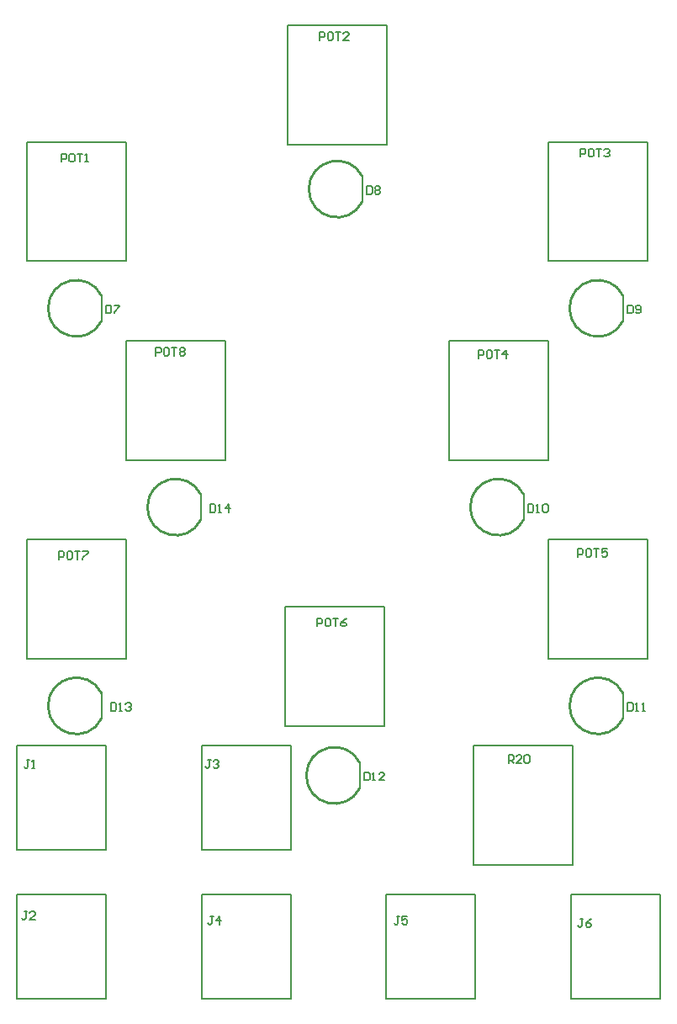
<source format=gto>
G04 Layer_Color=65535*
%FSAX44Y44*%
%MOMM*%
G71*
G01*
G75*
%ADD12C,0.2000*%
%ADD34C,0.2540*%
%ADD35C,0.1270*%
%ADD36C,0.1600*%
D12*
X01110400Y01327300D02*
Y01352700D01*
X01210400Y01527300D02*
Y01552700D01*
X01110400Y01727300D02*
Y01752700D01*
X01372900Y01847300D02*
Y01872700D01*
X01635400Y01727300D02*
Y01752700D01*
X01535400Y01552700D02*
Y01527300D01*
X01635400Y01352700D02*
Y01327300D01*
X01370400Y01282700D02*
Y01257300D01*
D34*
X01110400Y01352700D02*
G03*
X01110400Y01327300I-00025400J-00012700D01*
G01*
X01210400Y01552700D02*
G03*
X01210400Y01527300I-00025400J-00012700D01*
G01*
X01370400Y01282700D02*
G03*
X01370400Y01257300I-00025400J-00012700D01*
G01*
X01635400Y01352700D02*
G03*
X01635400Y01327300I-00025400J-00012700D01*
G01*
X01535400Y01552700D02*
G03*
X01535400Y01527300I-00025400J-00012700D01*
G01*
X01635400Y01752700D02*
G03*
X01635400Y01727300I-00025400J-00012700D01*
G01*
X01372900Y01872700D02*
G03*
X01372900Y01847300I-00025400J-00012700D01*
G01*
X01110400Y01752700D02*
G03*
X01110400Y01727300I-00025400J-00012700D01*
G01*
D35*
X01025042Y01045042D02*
X01114958D01*
Y01144864D01*
Y01149944D01*
X01025042D01*
Y01144610D01*
Y01045042D01*
X01114958Y01195042D02*
Y01294864D01*
Y01299944D01*
X01025042D01*
Y01294610D01*
Y01195042D01*
X01114958D01*
X01211042Y01045042D02*
X01300958D01*
Y01144864D01*
Y01149944D01*
X01211042D01*
Y01144610D01*
Y01045042D01*
X01300958Y01195042D02*
Y01294864D01*
Y01299944D01*
X01211042D01*
Y01294610D01*
Y01195042D01*
X01300958D01*
X01397042Y01149944D02*
X01486958D01*
Y01144864D01*
Y01045042D01*
X01397042D01*
Y01144610D01*
Y01149944D01*
X01485000Y01180000D02*
Y01300000D01*
X01585000D01*
Y01180000D01*
X01485000D01*
X01583042Y01045042D02*
X01672958D01*
Y01144864D01*
Y01149944D01*
X01583042D01*
Y01144610D01*
Y01045042D01*
X01395000Y01320000D02*
Y01440000D01*
X01295000D01*
Y01320000D01*
X01395000D01*
X01560000Y01387500D02*
Y01507500D01*
X01660000D01*
Y01387500D01*
X01560000D01*
X01560000Y01587500D02*
Y01707500D01*
X01460000D01*
Y01587500D01*
X01560000D01*
X01660000Y01787500D02*
Y01907500D01*
X01560000D01*
Y01787500D01*
X01660000D01*
X01397500Y02025000D02*
Y01905000D01*
X01297500D01*
Y02025000D01*
X01397500D01*
X01135000Y01907500D02*
Y01787500D01*
X01035000D01*
Y01907500D01*
X01135000D01*
X01135000Y01707500D02*
X01235000D01*
Y01587500D01*
X01135000D01*
Y01707500D01*
X01035000Y01507500D02*
X01135000D01*
Y01387500D01*
X01035000D01*
Y01507500D01*
D36*
X01033999Y01126333D02*
X01032666Y01125000D01*
X01031333D01*
X01030000Y01126333D01*
X01032666Y01132997D02*
X01033999D01*
Y01126333D01*
X01037997Y01125000D02*
X01043329Y01130332D01*
Y01131665D01*
X01041996Y01132997D01*
X01039330D01*
X01037997Y01131665D01*
X01035332Y01132997D02*
X01032666D01*
X01037997Y01125000D02*
X01043329D01*
X01043163Y01277500D02*
X01041830D01*
Y01285497D01*
X01040497Y01284164D01*
X01037832Y01285497D02*
X01035166D01*
X01036499D01*
Y01278833D01*
X01035166Y01277500D01*
X01033833D01*
X01032500Y01278833D01*
X01040497Y01277500D02*
X01043163D01*
X01120000Y01335000D02*
X01123999D01*
X01125332Y01336333D01*
Y01341665D01*
X01123999Y01342997D01*
X01120000D01*
Y01335000D01*
X01127997D02*
X01130663D01*
X01129330D01*
Y01342997D01*
X01127997Y01341665D01*
X01134662D02*
X01135995Y01342997D01*
X01138661D01*
X01139994Y01341665D01*
Y01340332D01*
X01138661Y01338999D01*
X01137328D01*
X01138661D01*
X01139994Y01337666D01*
Y01336333D01*
X01138661Y01335000D01*
X01135995D01*
X01134662Y01336333D01*
X01215000Y01278833D02*
X01216333Y01277500D01*
X01217666D01*
X01218999Y01278833D01*
Y01285497D01*
X01217666D01*
X01220332D01*
X01222997Y01284164D02*
X01224330Y01285497D01*
X01226996D01*
X01228329Y01284164D01*
Y01282832D01*
X01226996Y01281499D01*
X01225663D01*
X01226996D01*
X01228329Y01280166D01*
Y01278833D01*
X01226996Y01277500D01*
X01224330D01*
X01222997Y01278833D01*
X01222832Y01127997D02*
X01220166D01*
X01221499D01*
Y01121333D01*
X01220166Y01120000D01*
X01218833D01*
X01217500Y01121333D01*
X01225497Y01123999D02*
X01230829D01*
X01229496Y01127997D02*
X01225497Y01123999D01*
X01229496Y01127997D02*
Y01120000D01*
X01375000Y01265000D02*
X01378999D01*
X01380332Y01266333D01*
Y01271665D01*
X01378999Y01272997D01*
X01375000D01*
Y01265000D01*
X01382997D02*
X01385663D01*
X01384330D01*
Y01272997D01*
X01382997Y01271665D01*
X01389662D02*
X01390995Y01272997D01*
X01393661D01*
X01394994Y01271665D01*
Y01270332D01*
X01389662Y01265000D01*
X01394994D01*
X01407666Y01127997D02*
X01408999D01*
Y01121333D01*
X01407666Y01120000D01*
X01406333D01*
X01405000Y01121333D01*
X01412997D02*
X01414330Y01120000D01*
X01416996D01*
X01418329Y01121333D01*
Y01123999D01*
X01416996Y01125332D01*
X01415663D01*
X01412997Y01123999D01*
Y01127997D01*
X01418329D01*
X01410332D02*
X01407666D01*
X01592666Y01125497D02*
X01593999D01*
Y01118833D01*
X01592666Y01117500D01*
X01591333D01*
X01590000Y01118833D01*
X01597997D02*
X01599330Y01117500D01*
X01601996D01*
X01603329Y01118833D01*
Y01120166D01*
X01601996Y01121499D01*
X01597997D01*
Y01118833D01*
Y01121499D02*
X01600663Y01124165D01*
X01603329Y01125497D01*
X01595332D02*
X01592666D01*
X01539994Y01282500D02*
X01537328D01*
X01535995Y01283833D01*
Y01289164D01*
X01537328Y01290497D01*
X01539994D01*
X01541326Y01289164D01*
Y01283833D01*
X01539994Y01282500D01*
X01533329D02*
X01527997D01*
X01533329Y01287832D01*
Y01289164D01*
X01531996Y01290497D01*
X01529330D01*
X01527997Y01289164D01*
X01525332D02*
Y01286499D01*
X01523999Y01285166D01*
X01520000D01*
Y01282500D02*
Y01290497D01*
X01523999D01*
X01525332Y01289164D01*
X01522666Y01285166D02*
X01525332Y01282500D01*
X01640000Y01335000D02*
X01643999D01*
X01645332Y01336333D01*
Y01341664D01*
X01643999Y01342997D01*
X01640000D01*
Y01335000D01*
X01647997D02*
X01650663D01*
X01649330D01*
Y01342997D01*
X01647997Y01341664D01*
X01654662D02*
X01655995Y01342997D01*
Y01335000D01*
X01657328D01*
X01654662D01*
X01617991Y01490000D02*
X01615325D01*
X01613992Y01491333D01*
Y01493999D02*
X01616658Y01495332D01*
X01617991D01*
X01619324Y01493999D01*
Y01491333D01*
X01617991Y01490000D01*
X01613992Y01493999D02*
Y01497997D01*
X01619324D01*
X01611326D02*
X01608661D01*
Y01490000D01*
X01601996D02*
X01603329Y01491333D01*
Y01496664D01*
X01601996Y01497997D01*
X01599330D01*
X01597997Y01496664D01*
Y01491333D01*
X01599330Y01490000D01*
X01601996D01*
X01593999Y01492666D02*
X01590000D01*
Y01490000D02*
Y01497997D01*
X01593999D01*
X01595332Y01496664D01*
Y01493999D01*
X01593999Y01492666D01*
X01605995Y01497997D02*
X01611326D01*
X01558661Y01535000D02*
X01555995D01*
X01554662Y01536333D01*
Y01541664D01*
X01555995Y01542997D01*
X01558661D01*
X01559994Y01541664D01*
Y01536333D01*
X01558661Y01535000D01*
X01550663D02*
X01549330D01*
Y01542997D01*
X01547997Y01541664D01*
X01545332D02*
X01543999Y01542997D01*
X01540000D01*
Y01535000D01*
X01543999D01*
X01545332Y01536333D01*
Y01541664D01*
X01547997Y01535000D02*
X01550663D01*
X01517991Y01690000D02*
Y01697997D01*
X01513992Y01693999D01*
X01519324D01*
X01508661Y01690000D02*
Y01697997D01*
X01511326D01*
X01505995D01*
X01501996D02*
X01499330D01*
X01497997Y01696664D01*
Y01691333D01*
X01499330Y01690000D01*
X01501996D01*
X01503329Y01691333D01*
Y01696664D01*
X01501996Y01697997D01*
X01493999D02*
X01495332Y01696664D01*
Y01693999D01*
X01493999Y01692666D01*
X01490000D01*
Y01690000D02*
Y01697997D01*
X01493999D01*
X01640000Y01735000D02*
X01643999D01*
X01645332Y01736333D01*
Y01741664D01*
X01643999Y01742997D01*
X01640000D01*
Y01735000D01*
X01649330D02*
X01651996D01*
X01653329Y01736333D01*
Y01741664D01*
X01651996Y01742997D01*
X01649330D01*
X01647997Y01741664D01*
Y01740332D01*
X01649330Y01738999D01*
X01653329D01*
X01647997Y01736333D02*
X01649330Y01735000D01*
X01620491Y01892500D02*
X01617825D01*
X01616492Y01893833D01*
Y01899164D02*
X01617825Y01900497D01*
X01620491D01*
X01621824Y01899164D01*
Y01897832D01*
X01620491Y01896499D01*
X01619158D01*
X01620491D01*
X01621824Y01895166D01*
Y01893833D01*
X01620491Y01892500D01*
X01613826Y01900497D02*
X01611161D01*
Y01892500D01*
X01604496D02*
X01605829Y01893833D01*
Y01899164D01*
X01604496Y01900497D01*
X01601830D01*
X01600497Y01899164D01*
Y01893833D01*
X01601830Y01892500D01*
X01604496D01*
X01596499Y01895166D02*
X01592500D01*
Y01892500D02*
Y01900497D01*
X01596499D01*
X01597832Y01899164D01*
Y01896499D01*
X01596499Y01895166D01*
X01608495Y01900497D02*
X01613826D01*
X01389496Y01862997D02*
X01390829Y01861664D01*
Y01860332D01*
X01389496Y01858999D01*
X01390829Y01857666D01*
Y01856333D01*
X01389496Y01855000D01*
X01386830D01*
X01385497Y01856333D01*
Y01857666D01*
X01386830Y01858999D01*
X01385497Y01860332D01*
Y01861664D01*
X01386830Y01862997D01*
X01389496D01*
X01382832Y01861664D02*
X01381499Y01862997D01*
X01377500D01*
Y01855000D01*
X01381499D01*
X01382832Y01856333D01*
Y01861664D01*
X01386830Y01858999D02*
X01389496D01*
X01359324Y02010000D02*
X01353992D01*
X01359324Y02015332D01*
Y02016664D01*
X01357991Y02017997D01*
X01355325D01*
X01353992Y02016664D01*
X01351326Y02017997D02*
X01348661D01*
Y02010000D01*
X01341996D02*
X01343329Y02011333D01*
Y02016664D01*
X01341996Y02017997D01*
X01339330D01*
X01337997Y02016664D01*
Y02011333D01*
X01339330Y02010000D01*
X01341996D01*
X01333999Y02012666D02*
X01330000D01*
Y02010000D02*
Y02017997D01*
X01333999D01*
X01335332Y02016664D01*
Y02013999D01*
X01333999Y02012666D01*
X01345995Y02017997D02*
X01351326D01*
X01128329Y01742997D02*
Y01741664D01*
X01122997Y01736333D01*
Y01735000D01*
X01118999D02*
X01120332Y01736333D01*
Y01741664D01*
X01118999Y01742997D01*
X01115000D01*
Y01735000D01*
X01118999D01*
X01165000Y01692500D02*
Y01700497D01*
X01168999D01*
X01170332Y01699164D01*
Y01696499D01*
X01168999Y01695166D01*
X01165000D01*
X01172997Y01699164D02*
Y01693833D01*
X01174330Y01692500D01*
X01176996D01*
X01178329Y01693833D01*
Y01699164D01*
X01176996Y01700497D01*
X01174330D01*
X01172997Y01699164D01*
X01180995Y01700497D02*
X01186327D01*
X01183661D01*
Y01692500D01*
X01190325D02*
X01188992Y01693833D01*
Y01695166D01*
X01190325Y01696499D01*
X01188992Y01697832D01*
Y01699164D01*
X01190325Y01700497D01*
X01192991D01*
X01194324Y01699164D01*
Y01697832D01*
X01192991Y01696499D01*
X01194324Y01695166D01*
Y01693833D01*
X01192991Y01692500D01*
X01190325D01*
Y01696499D02*
X01192991D01*
X01128329Y01742997D02*
X01122997D01*
X01096658Y01887500D02*
X01095325D01*
Y01895497D01*
X01093992Y01894164D01*
X01091326Y01895497D02*
X01088661D01*
Y01887500D01*
X01093992D02*
X01096658D01*
X01091326Y01895497D02*
X01085995D01*
X01081996D02*
X01079330D01*
X01077997Y01894164D01*
Y01888833D01*
X01079330Y01887500D01*
X01081996D01*
X01083329Y01888833D01*
Y01894164D01*
X01081996Y01895497D01*
X01075332Y01894164D02*
Y01891499D01*
X01073999Y01890166D01*
X01070000D01*
Y01887500D02*
Y01895497D01*
X01073999D01*
X01075332Y01894164D01*
X01220000Y01542997D02*
Y01535000D01*
X01223999D01*
X01225332Y01536333D01*
Y01541664D01*
X01223999Y01542997D01*
X01220000D01*
X01227997Y01541664D02*
X01229330Y01542997D01*
Y01535000D01*
X01230663D01*
X01227997D01*
X01238661D02*
Y01542997D01*
X01234662Y01538999D01*
X01239994D01*
X01327500Y01427997D02*
X01331499D01*
X01332832Y01426664D01*
Y01423999D01*
X01331499Y01422666D01*
X01327500D01*
Y01420000D02*
Y01427997D01*
X01335497Y01426664D02*
Y01421333D01*
X01336830Y01420000D01*
X01339496D01*
X01340829Y01421333D01*
Y01426664D01*
X01339496Y01427997D01*
X01336830D01*
X01335497Y01426664D01*
X01343495Y01427997D02*
X01348826D01*
X01346161D01*
Y01420000D01*
X01351492Y01421333D02*
X01352825Y01420000D01*
X01355491D01*
X01356824Y01421333D01*
Y01422666D01*
X01355491Y01423999D01*
X01351492D01*
Y01421333D01*
Y01423999D02*
X01354158Y01426664D01*
X01356824Y01427997D01*
X01096824Y01494164D02*
X01091492Y01488833D01*
Y01487500D01*
X01086161D02*
Y01495497D01*
X01088826D01*
X01083495D01*
X01079496D02*
X01076830D01*
X01075497Y01494164D01*
Y01488833D01*
X01076830Y01487500D01*
X01079496D01*
X01080829Y01488833D01*
Y01494164D01*
X01079496Y01495497D01*
X01091492D02*
X01096824D01*
Y01494164D01*
X01072832D02*
Y01491499D01*
X01071499Y01490166D01*
X01067500D01*
Y01495497D02*
X01071499D01*
X01072832Y01494164D01*
X01067500Y01495497D02*
Y01487500D01*
M02*

</source>
